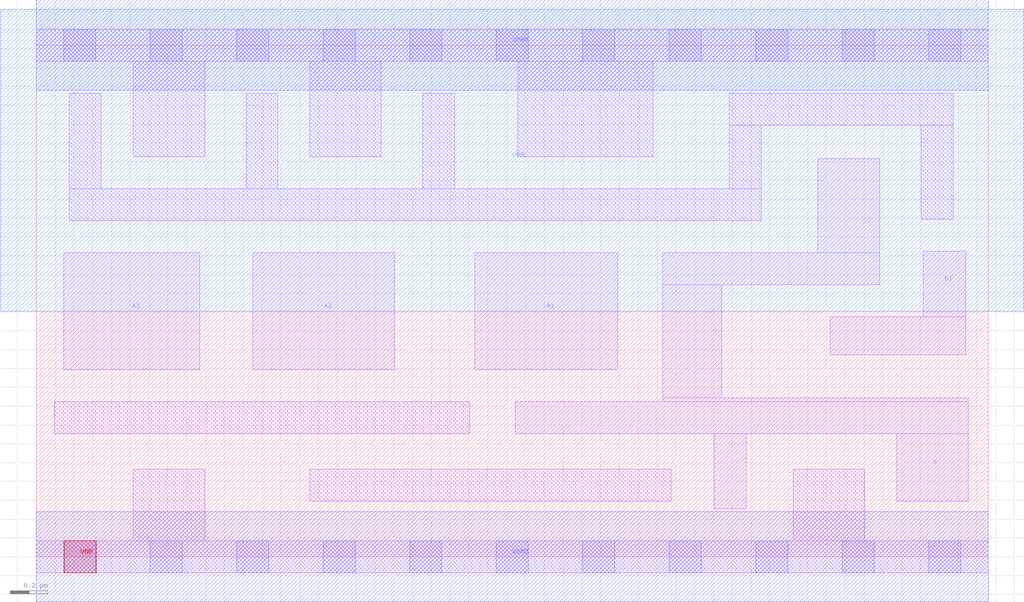
<source format=lef>
# Copyright 2020 The SkyWater PDK Authors
#
# Licensed under the Apache License, Version 2.0 (the "License");
# you may not use this file except in compliance with the License.
# You may obtain a copy of the License at
#
#     https://www.apache.org/licenses/LICENSE-2.0
#
# Unless required by applicable law or agreed to in writing, software
# distributed under the License is distributed on an "AS IS" BASIS,
# WITHOUT WARRANTIES OR CONDITIONS OF ANY KIND, either express or implied.
# See the License for the specific language governing permissions and
# limitations under the License.
#
# SPDX-License-Identifier: Apache-2.0

VERSION 5.7 ;
  NOWIREEXTENSIONATPIN ON ;
  DIVIDERCHAR "/" ;
  BUSBITCHARS "[]" ;
PROPERTYDEFINITIONS
  MACRO maskLayoutSubType STRING ;
  MACRO prCellType STRING ;
  MACRO originalViewName STRING ;
END PROPERTYDEFINITIONS
MACRO sky130_fd_sc_hdll__a31oi_2
  CLASS CORE ;
  FOREIGN sky130_fd_sc_hdll__a31oi_2 ;
  ORIGIN  0.000000  0.000000 ;
  SIZE  5.060000 BY  2.720000 ;
  SYMMETRY X Y R90 ;
  SITE unithd ;
  PIN A1
    ANTENNAGATEAREA  0.555000 ;
    DIRECTION INPUT ;
    USE SIGNAL ;
    PORT
      LAYER li1 ;
        RECT 2.330000 0.995000 3.090000 1.615000 ;
    END
  END A1
  PIN A2
    ANTENNAGATEAREA  0.555000 ;
    DIRECTION INPUT ;
    USE SIGNAL ;
    PORT
      LAYER li1 ;
        RECT 1.150000 0.995000 1.905000 1.615000 ;
    END
  END A2
  PIN A3
    ANTENNAGATEAREA  0.555000 ;
    DIRECTION INPUT ;
    USE SIGNAL ;
    PORT
      LAYER li1 ;
        RECT 0.145000 0.995000 0.870000 1.615000 ;
    END
  END A3
  PIN B1
    ANTENNAGATEAREA  0.555000 ;
    DIRECTION INPUT ;
    USE SIGNAL ;
    PORT
      LAYER li1 ;
        RECT 4.220000 1.075000 4.940000 1.275000 ;
        RECT 4.715000 1.275000 4.940000 1.625000 ;
    END
  END B1
  PIN VGND
    ANTENNADIFFAREA  0.468000 ;
    DIRECTION INOUT ;
    USE SIGNAL ;
    PORT
      LAYER met1 ;
        RECT 0.000000 -0.240000 5.060000 0.240000 ;
    END
  END VGND
  PIN VPWR
    ANTENNADIFFAREA  1.470000 ;
    DIRECTION INOUT ;
    USE SIGNAL ;
    PORT
      LAYER met1 ;
        RECT 0.000000 2.480000 5.060000 2.960000 ;
    END
  END VPWR
  PIN Y
    ANTENNADIFFAREA  1.007000 ;
    DIRECTION OUTPUT ;
    USE SIGNAL ;
    PORT
      LAYER li1 ;
        RECT 2.545000 0.655000 4.955000 0.825000 ;
        RECT 3.330000 0.825000 4.955000 0.845000 ;
        RECT 3.330000 0.845000 3.645000 1.445000 ;
        RECT 3.330000 1.445000 4.485000 1.615000 ;
        RECT 3.605000 0.255000 3.775000 0.655000 ;
        RECT 4.155000 1.615000 4.485000 2.115000 ;
        RECT 4.575000 0.295000 4.955000 0.655000 ;
    END
  END Y
  PIN VNB
    DIRECTION INOUT ;
    USE GROUND ;
    PORT
      LAYER pwell ;
        RECT 0.150000 -0.085000 0.320000 0.085000 ;
    END
  END VNB
  PIN VPB
    DIRECTION INOUT ;
    USE POWER ;
    PORT
      LAYER nwell ;
        RECT -0.190000 1.305000 5.250000 2.910000 ;
    END
  END VPB
  OBS
    LAYER li1 ;
      RECT 0.000000 -0.085000 5.060000 0.085000 ;
      RECT 0.000000  2.635000 5.060000 2.805000 ;
      RECT 0.095000  0.655000 2.305000 0.825000 ;
      RECT 0.175000  1.785000 3.855000 1.955000 ;
      RECT 0.175000  1.955000 0.345000 2.465000 ;
      RECT 0.515000  0.085000 0.895000 0.465000 ;
      RECT 0.515000  2.125000 0.895000 2.635000 ;
      RECT 1.115000  1.955000 1.285000 2.465000 ;
      RECT 1.455000  0.295000 3.375000 0.465000 ;
      RECT 1.455000  2.125000 1.835000 2.635000 ;
      RECT 2.055000  1.955000 2.225000 2.465000 ;
      RECT 2.560000  2.125000 3.280000 2.635000 ;
      RECT 3.685000  1.955000 3.855000 2.295000 ;
      RECT 3.685000  2.295000 4.875000 2.465000 ;
      RECT 4.025000  0.085000 4.405000 0.465000 ;
      RECT 4.705000  1.795000 4.875000 2.295000 ;
    LAYER mcon ;
      RECT 0.145000 -0.085000 0.315000 0.085000 ;
      RECT 0.145000  2.635000 0.315000 2.805000 ;
      RECT 0.605000 -0.085000 0.775000 0.085000 ;
      RECT 0.605000  2.635000 0.775000 2.805000 ;
      RECT 1.065000 -0.085000 1.235000 0.085000 ;
      RECT 1.065000  2.635000 1.235000 2.805000 ;
      RECT 1.525000 -0.085000 1.695000 0.085000 ;
      RECT 1.525000  2.635000 1.695000 2.805000 ;
      RECT 1.985000 -0.085000 2.155000 0.085000 ;
      RECT 1.985000  2.635000 2.155000 2.805000 ;
      RECT 2.445000 -0.085000 2.615000 0.085000 ;
      RECT 2.445000  2.635000 2.615000 2.805000 ;
      RECT 2.905000 -0.085000 3.075000 0.085000 ;
      RECT 2.905000  2.635000 3.075000 2.805000 ;
      RECT 3.365000 -0.085000 3.535000 0.085000 ;
      RECT 3.365000  2.635000 3.535000 2.805000 ;
      RECT 3.825000 -0.085000 3.995000 0.085000 ;
      RECT 3.825000  2.635000 3.995000 2.805000 ;
      RECT 4.285000 -0.085000 4.455000 0.085000 ;
      RECT 4.285000  2.635000 4.455000 2.805000 ;
      RECT 4.745000 -0.085000 4.915000 0.085000 ;
      RECT 4.745000  2.635000 4.915000 2.805000 ;
  END
  PROPERTY maskLayoutSubType "abstract" ;
  PROPERTY prCellType "standard" ;
  PROPERTY originalViewName "layout" ;
END sky130_fd_sc_hdll__a31oi_2
END LIBRARY

</source>
